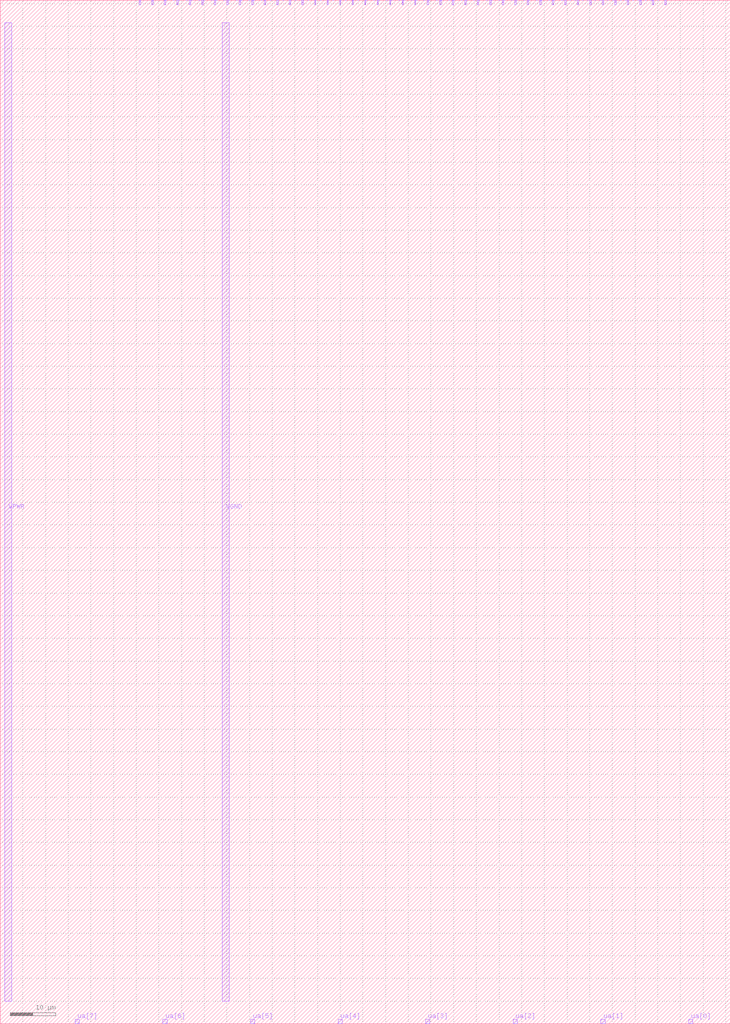
<source format=lef>
VERSION 5.7 ;
  NOWIREEXTENSIONATPIN ON ;
  DIVIDERCHAR "/" ;
  BUSBITCHARS "[]" ;
MACRO tt_um_urish_analog_test
  CLASS BLOCK ;
  FOREIGN tt_um_urish_analog_test ;
  ORIGIN 0.000 0.000 ;
  SIZE 161.000 BY 225.760 ;
  PIN clk
    DIRECTION INPUT ;
    USE SIGNAL ;
    PORT
      LAYER met4 ;
        RECT 143.830 224.760 144.130 225.760 ;
    END
  END clk
  PIN ena
    DIRECTION INPUT ;
    USE SIGNAL ;
    PORT
      LAYER met4 ;
        RECT 146.590 224.760 146.890 225.760 ;
    END
  END ena
  PIN rst_n
    DIRECTION INPUT ;
    USE SIGNAL ;
    PORT
      LAYER met4 ;
        RECT 141.070 224.760 141.370 225.760 ;
    END
  END rst_n
  PIN ua[0]
    DIRECTION INOUT ;
    USE SIGNAL ;
    PORT
      LAYER met4 ;
        RECT 151.810 0.000 152.710 1.000 ;
    END
  END ua[0]
  PIN ua[1]
    DIRECTION INOUT ;
    USE SIGNAL ;
    PORT
      LAYER met4 ;
        RECT 132.490 0.000 133.390 1.000 ;
    END
  END ua[1]
  PIN ua[2]
    DIRECTION INOUT ;
    USE SIGNAL ;
    PORT
      LAYER met4 ;
        RECT 113.170 0.000 114.070 1.000 ;
    END
  END ua[2]
  PIN ua[3]
    DIRECTION INOUT ;
    USE SIGNAL ;
    PORT
      LAYER met4 ;
        RECT 93.850 0.000 94.750 1.000 ;
    END
  END ua[3]
  PIN ua[4]
    DIRECTION INOUT ;
    USE SIGNAL ;
    PORT
      LAYER met4 ;
        RECT 74.530 0.000 75.430 1.000 ;
    END
  END ua[4]
  PIN ua[5]
    DIRECTION INOUT ;
    USE SIGNAL ;
    PORT
      LAYER met4 ;
        RECT 55.210 0.000 56.110 1.000 ;
    END
  END ua[5]
  PIN ua[6]
    DIRECTION INOUT ;
    USE SIGNAL ;
    PORT
      LAYER met4 ;
        RECT 35.890 0.000 36.790 1.000 ;
    END
  END ua[6]
  PIN ua[7]
    DIRECTION INOUT ;
    USE SIGNAL ;
    PORT
      LAYER met4 ;
        RECT 16.570 0.000 17.470 1.000 ;
    END
  END ua[7]
  PIN ui_in[0]
    DIRECTION INPUT ;
    USE SIGNAL ;
    PORT
      LAYER met4 ;
        RECT 138.310 224.760 138.610 225.760 ;
    END
  END ui_in[0]
  PIN ui_in[1]
    DIRECTION INPUT ;
    USE SIGNAL ;
    PORT
      LAYER met4 ;
        RECT 135.550 224.760 135.850 225.760 ;
    END
  END ui_in[1]
  PIN ui_in[2]
    DIRECTION INPUT ;
    USE SIGNAL ;
    PORT
      LAYER met4 ;
        RECT 132.790 224.760 133.090 225.760 ;
    END
  END ui_in[2]
  PIN ui_in[3]
    DIRECTION INPUT ;
    USE SIGNAL ;
    PORT
      LAYER met4 ;
        RECT 130.030 224.760 130.330 225.760 ;
    END
  END ui_in[3]
  PIN ui_in[4]
    DIRECTION INPUT ;
    USE SIGNAL ;
    PORT
      LAYER met4 ;
        RECT 127.270 224.760 127.570 225.760 ;
    END
  END ui_in[4]
  PIN ui_in[5]
    DIRECTION INPUT ;
    USE SIGNAL ;
    PORT
      LAYER met4 ;
        RECT 124.510 224.760 124.810 225.760 ;
    END
  END ui_in[5]
  PIN ui_in[6]
    DIRECTION INPUT ;
    USE SIGNAL ;
    PORT
      LAYER met4 ;
        RECT 121.750 224.760 122.050 225.760 ;
    END
  END ui_in[6]
  PIN ui_in[7]
    DIRECTION INPUT ;
    USE SIGNAL ;
    PORT
      LAYER met4 ;
        RECT 118.990 224.760 119.290 225.760 ;
    END
  END ui_in[7]
  PIN uio_in[0]
    DIRECTION INPUT ;
    USE SIGNAL ;
    PORT
      LAYER met4 ;
        RECT 116.230 224.760 116.530 225.760 ;
    END
  END uio_in[0]
  PIN uio_in[1]
    DIRECTION INPUT ;
    USE SIGNAL ;
    PORT
      LAYER met4 ;
        RECT 113.470 224.760 113.770 225.760 ;
    END
  END uio_in[1]
  PIN uio_in[2]
    DIRECTION INPUT ;
    USE SIGNAL ;
    PORT
      LAYER met4 ;
        RECT 110.710 224.760 111.010 225.760 ;
    END
  END uio_in[2]
  PIN uio_in[3]
    DIRECTION INPUT ;
    USE SIGNAL ;
    PORT
      LAYER met4 ;
        RECT 107.950 224.760 108.250 225.760 ;
    END
  END uio_in[3]
  PIN uio_in[4]
    DIRECTION INPUT ;
    USE SIGNAL ;
    PORT
      LAYER met4 ;
        RECT 105.190 224.760 105.490 225.760 ;
    END
  END uio_in[4]
  PIN uio_in[5]
    DIRECTION INPUT ;
    USE SIGNAL ;
    PORT
      LAYER met4 ;
        RECT 102.430 224.760 102.730 225.760 ;
    END
  END uio_in[5]
  PIN uio_in[6]
    DIRECTION INPUT ;
    USE SIGNAL ;
    PORT
      LAYER met4 ;
        RECT 99.670 224.760 99.970 225.760 ;
    END
  END uio_in[6]
  PIN uio_in[7]
    DIRECTION INPUT ;
    USE SIGNAL ;
    PORT
      LAYER met4 ;
        RECT 96.910 224.760 97.210 225.760 ;
    END
  END uio_in[7]
  PIN uio_oe[0]
    DIRECTION OUTPUT ;
    USE SIGNAL ;
    PORT
      LAYER met4 ;
        RECT 49.990 224.760 50.290 225.760 ;
    END
  END uio_oe[0]
  PIN uio_oe[1]
    DIRECTION OUTPUT ;
    USE SIGNAL ;
    PORT
      LAYER met4 ;
        RECT 47.230 224.760 47.530 225.760 ;
    END
  END uio_oe[1]
  PIN uio_oe[2]
    DIRECTION OUTPUT ;
    USE SIGNAL ;
    PORT
      LAYER met4 ;
        RECT 44.470 224.760 44.770 225.760 ;
    END
  END uio_oe[2]
  PIN uio_oe[3]
    DIRECTION OUTPUT ;
    USE SIGNAL ;
    PORT
      LAYER met4 ;
        RECT 41.710 224.760 42.010 225.760 ;
    END
  END uio_oe[3]
  PIN uio_oe[4]
    DIRECTION OUTPUT ;
    USE SIGNAL ;
    PORT
      LAYER met4 ;
        RECT 38.950 224.760 39.250 225.760 ;
    END
  END uio_oe[4]
  PIN uio_oe[5]
    DIRECTION OUTPUT ;
    USE SIGNAL ;
    PORT
      LAYER met4 ;
        RECT 36.190 224.760 36.490 225.760 ;
    END
  END uio_oe[5]
  PIN uio_oe[6]
    DIRECTION OUTPUT ;
    USE SIGNAL ;
    PORT
      LAYER met4 ;
        RECT 33.430 224.760 33.730 225.760 ;
    END
  END uio_oe[6]
  PIN uio_oe[7]
    DIRECTION OUTPUT ;
    USE SIGNAL ;
    PORT
      LAYER met4 ;
        RECT 30.670 224.760 30.970 225.760 ;
    END
  END uio_oe[7]
  PIN uio_out[0]
    DIRECTION OUTPUT ;
    USE SIGNAL ;
    PORT
      LAYER met4 ;
        RECT 72.070 224.760 72.370 225.760 ;
    END
  END uio_out[0]
  PIN uio_out[1]
    DIRECTION OUTPUT ;
    USE SIGNAL ;
    PORT
      LAYER met4 ;
        RECT 69.310 224.760 69.610 225.760 ;
    END
  END uio_out[1]
  PIN uio_out[2]
    DIRECTION OUTPUT ;
    USE SIGNAL ;
    PORT
      LAYER met4 ;
        RECT 66.550 224.760 66.850 225.760 ;
    END
  END uio_out[2]
  PIN uio_out[3]
    DIRECTION OUTPUT ;
    USE SIGNAL ;
    PORT
      LAYER met4 ;
        RECT 63.790 224.760 64.090 225.760 ;
    END
  END uio_out[3]
  PIN uio_out[4]
    DIRECTION OUTPUT ;
    USE SIGNAL ;
    PORT
      LAYER met4 ;
        RECT 61.030 224.760 61.330 225.760 ;
    END
  END uio_out[4]
  PIN uio_out[5]
    DIRECTION OUTPUT ;
    USE SIGNAL ;
    PORT
      LAYER met4 ;
        RECT 58.270 224.760 58.570 225.760 ;
    END
  END uio_out[5]
  PIN uio_out[6]
    DIRECTION OUTPUT ;
    USE SIGNAL ;
    PORT
      LAYER met4 ;
        RECT 55.510 224.760 55.810 225.760 ;
    END
  END uio_out[6]
  PIN uio_out[7]
    DIRECTION OUTPUT ;
    USE SIGNAL ;
    PORT
      LAYER met4 ;
        RECT 52.750 224.760 53.050 225.760 ;
    END
  END uio_out[7]
  PIN uo_out[0]
    DIRECTION OUTPUT ;
    USE SIGNAL ;
    PORT
      LAYER met4 ;
        RECT 94.150 224.760 94.450 225.760 ;
    END
  END uo_out[0]
  PIN uo_out[1]
    DIRECTION OUTPUT ;
    USE SIGNAL ;
    PORT
      LAYER met4 ;
        RECT 91.390 224.760 91.690 225.760 ;
    END
  END uo_out[1]
  PIN uo_out[2]
    DIRECTION OUTPUT ;
    USE SIGNAL ;
    PORT
      LAYER met4 ;
        RECT 88.630 224.760 88.930 225.760 ;
    END
  END uo_out[2]
  PIN uo_out[3]
    DIRECTION OUTPUT ;
    USE SIGNAL ;
    PORT
      LAYER met4 ;
        RECT 85.870 224.760 86.170 225.760 ;
    END
  END uo_out[3]
  PIN uo_out[4]
    DIRECTION OUTPUT ;
    USE SIGNAL ;
    PORT
      LAYER met4 ;
        RECT 83.110 224.760 83.410 225.760 ;
    END
  END uo_out[4]
  PIN uo_out[5]
    DIRECTION OUTPUT ;
    USE SIGNAL ;
    PORT
      LAYER met4 ;
        RECT 80.350 224.760 80.650 225.760 ;
    END
  END uo_out[5]
  PIN uo_out[6]
    DIRECTION OUTPUT ;
    USE SIGNAL ;
    PORT
      LAYER met4 ;
        RECT 77.590 224.760 77.890 225.760 ;
    END
  END uo_out[6]
  PIN uo_out[7]
    DIRECTION OUTPUT ;
    USE SIGNAL ;
    PORT
      LAYER met4 ;
        RECT 74.830 224.760 75.130 225.760 ;
    END
  END uo_out[7]
  PIN VPWR
    DIRECTION INOUT ;
    USE POWER ;
    PORT
      LAYER met4 ;
        RECT 1.000 5.000 2.500 220.760 ;
    END
  END VPWR
  PIN VGND
    DIRECTION INOUT ;
    USE GROUND ;
    PORT
      LAYER met4 ;
        RECT 49.000 5.000 50.500 220.760 ;
    END
  END VGND
END tt_um_urish_analog_test
END LIBRARY


</source>
